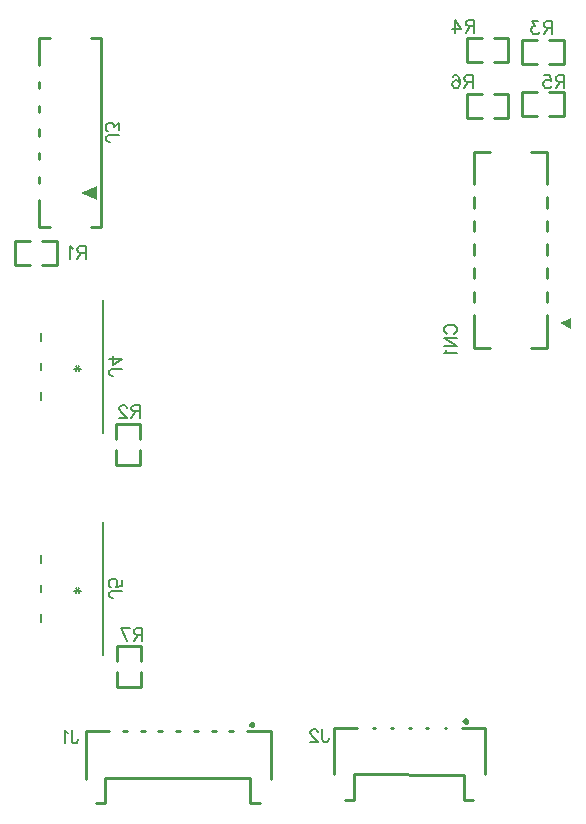
<source format=gbo>
G04 Layer: BottomSilkLayer*
G04 EasyEDA v6.4.17, 2021-03-07T15:12:51--8:00*
G04 6c535f378de342b990020bc8b1c8526d,b5aacd518854429a9b9924e8a25dcfd8,10*
G04 Gerber Generator version 0.2*
G04 Scale: 100 percent, Rotated: No, Reflected: No *
G04 Dimensions in inches *
G04 leading zeros omitted , absolute positions ,3 integer and 6 decimal *
%FSLAX36Y36*%
%MOIN*%

%ADD10C,0.0100*%
%ADD25C,0.0060*%
%ADD29C,0.0059*%

%LPD*%
D25*
X460399Y705500D02*
G01*
X427699Y705500D01*
X421499Y703400D01*
X419499Y701400D01*
X417500Y697300D01*
X417500Y693200D01*
X419499Y689100D01*
X421499Y687000D01*
X427699Y685000D01*
X431799Y685000D01*
X460399Y743500D02*
G01*
X460399Y723000D01*
X441999Y721000D01*
X443999Y723000D01*
X446099Y729200D01*
X446099Y735300D01*
X443999Y741500D01*
X440000Y745500D01*
X433799Y747600D01*
X429699Y747600D01*
X423599Y745500D01*
X419499Y741500D01*
X417500Y735300D01*
X417500Y729200D01*
X419499Y723000D01*
X421499Y721000D01*
X425599Y719000D01*
D29*
X323999Y708200D02*
G01*
X302500Y708200D01*
X318599Y699300D02*
G01*
X307899Y717100D01*
X318599Y717100D02*
G01*
X307899Y699300D01*
D25*
X529343Y581834D02*
G01*
X529343Y538934D01*
X529343Y581834D02*
G01*
X510943Y581834D01*
X504843Y579834D01*
X502743Y577734D01*
X500743Y573634D01*
X500743Y569534D01*
X502743Y565434D01*
X504843Y563434D01*
X510943Y561434D01*
X529343Y561434D01*
X515043Y561434D02*
G01*
X500743Y538934D01*
X458543Y581834D02*
G01*
X479043Y538934D01*
X487243Y581834D02*
G01*
X458543Y581834D01*
X339959Y1855360D02*
G01*
X339959Y1812460D01*
X339959Y1855360D02*
G01*
X321559Y1855360D01*
X315459Y1853360D01*
X313359Y1851359D01*
X311359Y1847260D01*
X311359Y1843160D01*
X313359Y1839060D01*
X315459Y1836960D01*
X321559Y1834960D01*
X339959Y1834960D01*
X325659Y1834960D02*
G01*
X311359Y1812460D01*
X297859Y1847260D02*
G01*
X293759Y1849260D01*
X287659Y1855360D01*
X287659Y1812460D01*
X1894979Y2605449D02*
G01*
X1894979Y2562495D01*
X1894979Y2605449D02*
G01*
X1876570Y2605449D01*
X1870434Y2603404D01*
X1868388Y2601358D01*
X1866343Y2597267D01*
X1866343Y2593176D01*
X1868388Y2589085D01*
X1870434Y2587040D01*
X1876570Y2584995D01*
X1894979Y2584995D01*
X1880662Y2584995D02*
G01*
X1866343Y2562495D01*
X1848752Y2605449D02*
G01*
X1826252Y2605449D01*
X1838524Y2589085D01*
X1832388Y2589085D01*
X1828297Y2587040D01*
X1826252Y2584995D01*
X1824206Y2578858D01*
X1824206Y2574767D01*
X1826252Y2568631D01*
X1830343Y2564540D01*
X1836480Y2562495D01*
X1842615Y2562495D01*
X1848752Y2564540D01*
X1850797Y2566585D01*
X1852843Y2570676D01*
X1634994Y2610410D02*
G01*
X1634994Y2567456D01*
X1634994Y2610410D02*
G01*
X1616585Y2610410D01*
X1610450Y2608365D01*
X1608404Y2606319D01*
X1606359Y2602228D01*
X1606359Y2598137D01*
X1608404Y2594046D01*
X1610450Y2592001D01*
X1616585Y2589956D01*
X1634994Y2589956D01*
X1620676Y2589956D02*
G01*
X1606359Y2567456D01*
X1572403Y2610410D02*
G01*
X1592858Y2581774D01*
X1562177Y2581774D01*
X1572403Y2610410D02*
G01*
X1572403Y2567456D01*
X1934994Y2425410D02*
G01*
X1934994Y2382456D01*
X1934994Y2425410D02*
G01*
X1916585Y2425410D01*
X1910450Y2423365D01*
X1908404Y2421319D01*
X1906359Y2417228D01*
X1906359Y2413137D01*
X1908404Y2409046D01*
X1910450Y2407001D01*
X1916585Y2404956D01*
X1934994Y2404956D01*
X1920676Y2404956D02*
G01*
X1906359Y2382456D01*
X1868312Y2425410D02*
G01*
X1888768Y2425410D01*
X1890812Y2407001D01*
X1888768Y2409046D01*
X1882631Y2411092D01*
X1876494Y2411092D01*
X1870358Y2409046D01*
X1866268Y2404956D01*
X1864221Y2398819D01*
X1864221Y2394728D01*
X1866268Y2388592D01*
X1870358Y2384501D01*
X1876494Y2382456D01*
X1882631Y2382456D01*
X1888768Y2384501D01*
X1890812Y2386546D01*
X1892858Y2390637D01*
X1629994Y2425410D02*
G01*
X1629994Y2382456D01*
X1629994Y2425410D02*
G01*
X1611585Y2425410D01*
X1605450Y2423365D01*
X1603404Y2421319D01*
X1601359Y2417228D01*
X1601359Y2413137D01*
X1603404Y2409046D01*
X1605450Y2407001D01*
X1611585Y2404956D01*
X1629994Y2404956D01*
X1615676Y2404956D02*
G01*
X1601359Y2382456D01*
X1563312Y2419274D02*
G01*
X1565358Y2423365D01*
X1571494Y2425410D01*
X1575585Y2425410D01*
X1581721Y2423365D01*
X1585812Y2417228D01*
X1587858Y2407001D01*
X1587858Y2396774D01*
X1585812Y2388592D01*
X1581721Y2384501D01*
X1575585Y2382456D01*
X1573539Y2382456D01*
X1567403Y2384501D01*
X1563312Y2388592D01*
X1561268Y2394728D01*
X1561268Y2396774D01*
X1563312Y2402910D01*
X1567403Y2407001D01*
X1573539Y2409046D01*
X1575585Y2409046D01*
X1581721Y2407001D01*
X1585812Y2402910D01*
X1587858Y2396774D01*
X521445Y1326073D02*
G01*
X521445Y1283119D01*
X521445Y1326073D02*
G01*
X503036Y1326073D01*
X496900Y1324028D01*
X494854Y1321982D01*
X492809Y1317890D01*
X492809Y1313800D01*
X494854Y1309709D01*
X496900Y1307663D01*
X503036Y1305619D01*
X521445Y1305619D01*
X507127Y1305619D02*
G01*
X492809Y1283119D01*
X477263Y1315846D02*
G01*
X477263Y1317890D01*
X475218Y1321982D01*
X473172Y1324028D01*
X469081Y1326073D01*
X460900Y1326073D01*
X456809Y1324028D01*
X454763Y1321982D01*
X452718Y1317890D01*
X452718Y1313800D01*
X454763Y1309709D01*
X458854Y1303573D01*
X479309Y1283119D01*
X450672Y1283119D01*
X1544803Y1564303D02*
G01*
X1540703Y1566403D01*
X1536603Y1570503D01*
X1534603Y1574502D01*
X1534603Y1582703D01*
X1536603Y1586803D01*
X1540703Y1590903D01*
X1544803Y1593003D01*
X1551003Y1595003D01*
X1561203Y1595003D01*
X1567303Y1593003D01*
X1571404Y1590903D01*
X1575504Y1586803D01*
X1577503Y1582703D01*
X1577503Y1574502D01*
X1575504Y1570503D01*
X1571404Y1566403D01*
X1567303Y1564303D01*
X1534603Y1550803D02*
G01*
X1577503Y1550803D01*
X1534603Y1550803D02*
G01*
X1577503Y1522203D01*
X1534603Y1522203D02*
G01*
X1577503Y1522203D01*
X1542803Y1508703D02*
G01*
X1540703Y1504603D01*
X1534603Y1498503D01*
X1577503Y1498503D01*
X450396Y2225499D02*
G01*
X417696Y2225499D01*
X411496Y2223399D01*
X409496Y2221399D01*
X407496Y2217299D01*
X407496Y2213198D01*
X409496Y2209099D01*
X411496Y2206999D01*
X417696Y2204999D01*
X421796Y2204999D01*
X450396Y2242999D02*
G01*
X450396Y2265499D01*
X433996Y2253299D01*
X433996Y2259399D01*
X431996Y2263499D01*
X429996Y2265499D01*
X423796Y2267599D01*
X419696Y2267599D01*
X413596Y2265499D01*
X409496Y2261499D01*
X407496Y2255299D01*
X407496Y2249199D01*
X409496Y2242999D01*
X411496Y2240999D01*
X415596Y2238999D01*
X293724Y242535D02*
G01*
X293724Y209808D01*
X295770Y203671D01*
X297815Y201626D01*
X301906Y199581D01*
X305997Y199581D01*
X310088Y201626D01*
X312134Y203671D01*
X314179Y209808D01*
X314179Y213899D01*
X280224Y234353D02*
G01*
X276134Y236399D01*
X269997Y242535D01*
X269997Y199581D01*
X1129544Y245407D02*
G01*
X1129544Y212680D01*
X1131590Y206543D01*
X1133635Y204498D01*
X1137726Y202453D01*
X1141817Y202453D01*
X1145909Y204498D01*
X1147955Y206543D01*
X1150000Y212680D01*
X1150000Y216771D01*
X1113999Y235180D02*
G01*
X1113999Y237225D01*
X1111954Y241316D01*
X1109908Y243362D01*
X1105817Y245407D01*
X1097636Y245407D01*
X1093544Y243362D01*
X1091499Y241316D01*
X1089454Y237225D01*
X1089454Y233134D01*
X1091499Y229043D01*
X1095590Y222907D01*
X1116044Y202453D01*
X1087408Y202453D01*
X460399Y1445500D02*
G01*
X427699Y1445500D01*
X421499Y1443400D01*
X419499Y1441400D01*
X417500Y1437300D01*
X417500Y1433200D01*
X419499Y1429100D01*
X421499Y1427000D01*
X427699Y1425000D01*
X431799Y1425000D01*
X460399Y1479400D02*
G01*
X431799Y1459000D01*
X431799Y1489600D01*
X460399Y1479400D02*
G01*
X417500Y1479400D01*
D29*
X323999Y1448200D02*
G01*
X302500Y1448200D01*
X318599Y1439300D02*
G01*
X307899Y1457100D01*
X318599Y1457100D02*
G01*
X307899Y1439300D01*
G36*
X1957760Y1617440D02*
G01*
X1922720Y1599540D01*
X1957760Y1581620D01*
G37*
G36*
X378860Y2057840D02*
G01*
X323740Y2034220D01*
X378860Y2010600D01*
G37*
D25*
X398499Y936020D02*
G01*
X398499Y493980D01*
X191499Y800810D02*
G01*
X191499Y826040D01*
X191499Y603960D02*
G01*
X191499Y629190D01*
X191499Y702390D02*
G01*
X191499Y727609D01*
D10*
X525155Y435315D02*
G01*
X525155Y386102D01*
X444843Y435315D02*
G01*
X444843Y386102D01*
X525155Y474685D02*
G01*
X525155Y523898D01*
X444843Y474685D02*
G01*
X444843Y523898D01*
X525155Y386101D02*
G01*
X444843Y386102D01*
X525155Y523898D02*
G01*
X444843Y523898D01*
X155314Y1794844D02*
G01*
X106101Y1794844D01*
X155314Y1875156D02*
G01*
X106101Y1875156D01*
X194684Y1794844D02*
G01*
X243897Y1794844D01*
X194684Y1875156D02*
G01*
X243897Y1875156D01*
X106100Y1794844D02*
G01*
X106101Y1875156D01*
X243897Y1794844D02*
G01*
X243897Y1875156D01*
X1845315Y2464844D02*
G01*
X1796102Y2464844D01*
X1845315Y2545156D02*
G01*
X1796102Y2545156D01*
X1884684Y2464844D02*
G01*
X1933897Y2464844D01*
X1884684Y2545156D02*
G01*
X1933897Y2545156D01*
X1796100Y2464844D02*
G01*
X1796102Y2545156D01*
X1933897Y2464844D02*
G01*
X1933897Y2545156D01*
X1660315Y2469844D02*
G01*
X1611102Y2469844D01*
X1660315Y2550156D02*
G01*
X1611102Y2550156D01*
X1699684Y2469844D02*
G01*
X1748897Y2469844D01*
X1699684Y2550156D02*
G01*
X1748897Y2550156D01*
X1611100Y2469844D02*
G01*
X1611102Y2550156D01*
X1748897Y2469844D02*
G01*
X1748897Y2550156D01*
X1845315Y2289844D02*
G01*
X1796102Y2289844D01*
X1845315Y2370156D02*
G01*
X1796102Y2370156D01*
X1884684Y2289844D02*
G01*
X1933897Y2289844D01*
X1884684Y2370156D02*
G01*
X1933897Y2370156D01*
X1796100Y2289844D02*
G01*
X1796102Y2370156D01*
X1933897Y2289844D02*
G01*
X1933897Y2370156D01*
X1660315Y2284844D02*
G01*
X1611102Y2284844D01*
X1660315Y2365156D02*
G01*
X1611102Y2365156D01*
X1699684Y2284844D02*
G01*
X1748897Y2284844D01*
X1699684Y2365156D02*
G01*
X1748897Y2365156D01*
X1611100Y2284844D02*
G01*
X1611102Y2365156D01*
X1748897Y2284844D02*
G01*
X1748897Y2365156D01*
X520155Y1175315D02*
G01*
X520155Y1126102D01*
X439843Y1175315D02*
G01*
X439843Y1126102D01*
X520155Y1214685D02*
G01*
X520155Y1263898D01*
X439843Y1214685D02*
G01*
X439843Y1263898D01*
X520155Y1126101D02*
G01*
X439843Y1126102D01*
X520155Y1263898D02*
G01*
X439843Y1263898D01*
X1632952Y2063745D02*
G01*
X1632952Y2171772D01*
X1632952Y1985005D02*
G01*
X1632952Y2019955D01*
X1632952Y1906265D02*
G01*
X1632952Y1941215D01*
X1632952Y1827525D02*
G01*
X1632952Y1862475D01*
X1632952Y1748785D02*
G01*
X1632952Y1783735D01*
X1632952Y1670045D02*
G01*
X1632952Y1704995D01*
X1632952Y1518228D02*
G01*
X1632952Y1626255D01*
X1823154Y1518228D02*
G01*
X1877046Y1518228D01*
X1632952Y1518228D02*
G01*
X1686844Y1518228D01*
X1877046Y1626255D02*
G01*
X1877046Y1518228D01*
X1877046Y1704995D02*
G01*
X1877046Y1670045D01*
X1877046Y1783735D02*
G01*
X1877046Y1748785D01*
X1877046Y1862475D02*
G01*
X1877046Y1827525D01*
X1877046Y1941215D02*
G01*
X1877046Y1906265D01*
X1877046Y2019955D02*
G01*
X1877046Y1985005D01*
X1877046Y2171772D02*
G01*
X1877046Y2063745D01*
X1823154Y2171772D02*
G01*
X1877046Y2171772D01*
X1632952Y2171772D02*
G01*
X1686844Y2171772D01*
X389684Y2549961D02*
G01*
X389683Y1920039D01*
X389684Y2549961D02*
G01*
X357445Y2549961D01*
X221134Y2549961D02*
G01*
X184959Y2549961D01*
X389683Y1920039D02*
G01*
X357445Y1920039D01*
X221134Y1920039D02*
G01*
X184959Y1920039D01*
X184959Y2549961D02*
G01*
X184959Y2460635D01*
X184959Y2403065D02*
G01*
X184959Y2381895D01*
X184959Y2324325D02*
G01*
X184959Y2303155D01*
X184959Y2245585D02*
G01*
X184959Y2224415D01*
X184959Y2166845D02*
G01*
X184959Y2145675D01*
X184959Y2088105D02*
G01*
X184959Y2066935D01*
X184959Y2009365D02*
G01*
X184959Y1920039D01*
X889371Y629D02*
G01*
X889371Y83779D01*
X889371Y630D02*
G01*
X920000Y630D01*
X889371Y83779D02*
G01*
X405599Y83800D01*
X405589Y629D01*
X374408Y629D01*
X340077Y81260D02*
G01*
X340000Y240000D01*
X877763Y240000D02*
G01*
X957402Y240000D01*
X957402Y81260D01*
X818707Y240000D02*
G01*
X832002Y240000D01*
X759652Y240000D02*
G01*
X772948Y240000D01*
X700598Y240000D02*
G01*
X713894Y240000D01*
X641543Y240000D02*
G01*
X654839Y240000D01*
X582487Y240000D02*
G01*
X595783Y240000D01*
X523433Y240000D02*
G01*
X536725Y240000D01*
X464376Y240000D02*
G01*
X477670Y240000D01*
X340000Y240000D02*
G01*
X418617Y240000D01*
X1536260Y249920D02*
G01*
X1541298Y249920D01*
X1476180Y250000D02*
G01*
X1481219Y250000D01*
X1417911Y249843D02*
G01*
X1422950Y249843D01*
X1358267Y250000D02*
G01*
X1363306Y250000D01*
X1299054Y250000D02*
G01*
X1304093Y250000D01*
X1168031Y96299D02*
G01*
X1168031Y250000D01*
X1168031Y250000D02*
G01*
X1246140Y250000D01*
X1593859Y250000D02*
G01*
X1671968Y250000D01*
X1671968Y96299D01*
X1236062Y96299D02*
G01*
X1236053Y10611D01*
X1205825Y10629D01*
X1602164Y94724D02*
G01*
X1236062Y96299D01*
X1602164Y11575D02*
G01*
X1602164Y94724D01*
X1602164Y11575D02*
G01*
X1632794Y11575D01*
D25*
X398499Y1676020D02*
G01*
X398499Y1233980D01*
X191499Y1540810D02*
G01*
X191499Y1566040D01*
X191499Y1343960D02*
G01*
X191499Y1369190D01*
X191499Y1442390D02*
G01*
X191499Y1467609D01*
D10*
G75*
G01
X901485Y260159D02*
G03X901485Y260159I-7070J0D01*
G75*
G01
X1614285Y271109D02*
G03X1614285Y271109I-7070J0D01*
M02*

</source>
